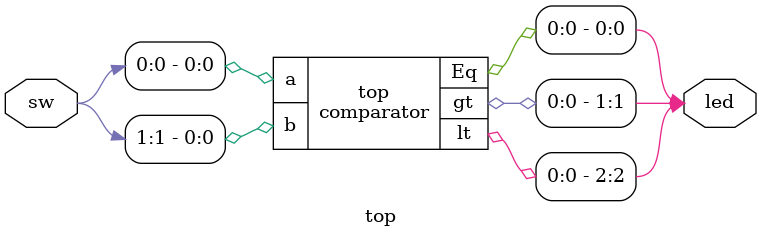
<source format=v>
`timescale 1ns / 1ps
module comparator(input a,b,
                    output Eq,gt,lt
                );
wire w1,w2;

xnor (Eq, a, b);
not (w1,a);
not (w2,b);

and (gt,a,w2);
and (lt,w1,b);


endmodule

// top module for FPGA implementation
module top (sw,led);
input [1:0]sw;
output [2:0]led;
comparator top(.a(sw[0]),
                .b(sw[1]),
                .Eq(led[0]),
                .gt(led[1]),
                .lt(led[2])
                );
endmodule

</source>
